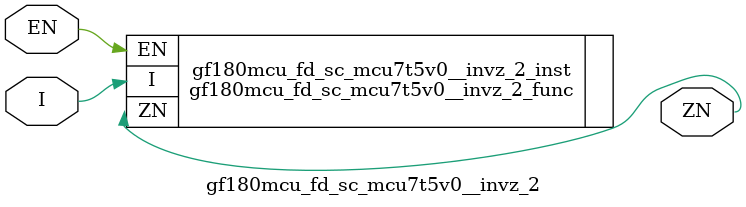
<source format=v>

module gf180mcu_fd_sc_mcu7t5v0__invz_2( EN, ZN, I );
input EN, I;
output ZN;

   `ifdef FUNCTIONAL  //  functional //

	gf180mcu_fd_sc_mcu7t5v0__invz_2_func gf180mcu_fd_sc_mcu7t5v0__invz_2_behav_inst(.EN(EN),.ZN(ZN),.I(I));

   `else

	gf180mcu_fd_sc_mcu7t5v0__invz_2_func gf180mcu_fd_sc_mcu7t5v0__invz_2_inst(.EN(EN),.ZN(ZN),.I(I));

	// spec_gates_begin


	// spec_gates_end



   specify

	// specify_block_begin

	// comb arc EN --> ZN
	 (EN => ZN) = (1.0,1.0);

	// comb arc I --> ZN
	 (I => ZN) = (1.0,1.0);

	// specify_block_end

   endspecify

   `endif

endmodule

</source>
